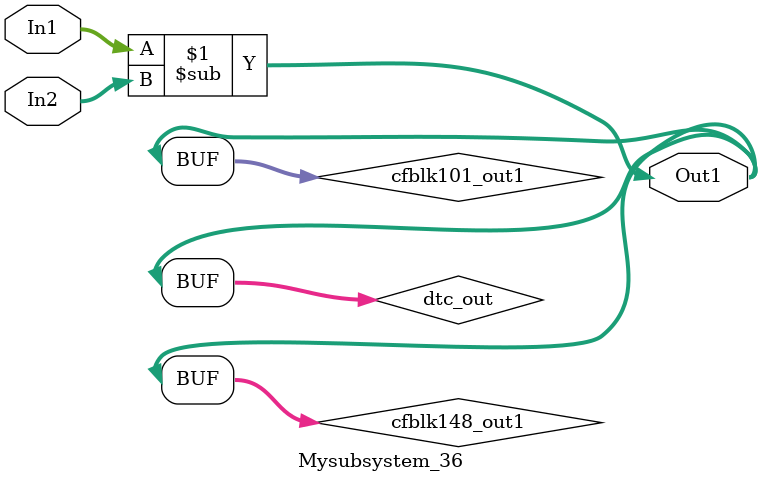
<source format=v>



`timescale 1 ns / 1 ns

module Mysubsystem_36
          (In1,
           In2,
           Out1);


  input   [7:0] In1;  // uint8
  input   [7:0] In2;  // uint8
  output  [7:0] Out1;  // uint8


  wire [7:0] cfblk148_out1;  // uint8
  wire [7:0] dtc_out;  // ufix8
  wire [7:0] cfblk101_out1;  // uint8


  assign cfblk148_out1 = In1 - In2;



  assign dtc_out = cfblk148_out1;



  assign cfblk101_out1 = dtc_out;



  assign Out1 = cfblk101_out1;

endmodule  // Mysubsystem_36


</source>
